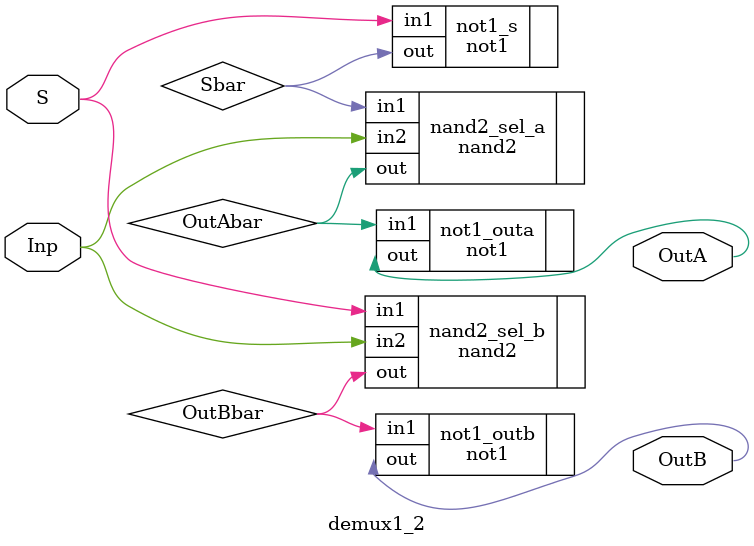
<source format=v>
module demux1_2(
	input wire Inp,
	input wire S,
	output wire OutA,
	output wire OutB
);
	wire Sbar, OutAbar, OutBbar;
	not1  not1_s (.in1(S), .out(Sbar));
	nand2 nand2_sel_a (.in1(Sbar), .in2(Inp), .out(OutAbar));
	nand2 nand2_sel_b (.in1(S),    .in2(Inp), .out(OutBbar));
	not1  not1_outa (.in1(OutAbar), .out(OutA));
	not1  not1_outb (.in1(OutBbar), .out(OutB));
endmodule

</source>
